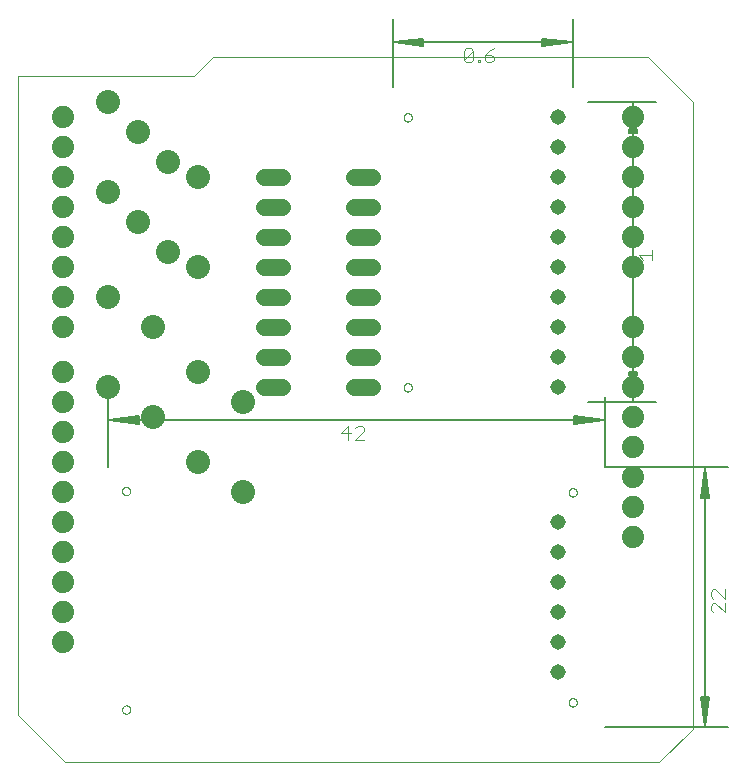
<source format=gtl>
G75*
%MOIN*%
%OFA0B0*%
%FSLAX25Y25*%
%IPPOS*%
%LPD*%
%AMOC8*
5,1,8,0,0,1.08239X$1,22.5*
%
%ADD10C,0.00000*%
%ADD11C,0.07400*%
%ADD12C,0.08000*%
%ADD13C,0.05819*%
%ADD14C,0.05150*%
%ADD15C,0.00512*%
%ADD16C,0.00400*%
D10*
X0016811Y0062524D02*
X0214776Y0062524D01*
X0225921Y0073669D01*
X0225921Y0281224D01*
X0226000Y0282524D01*
X0211000Y0297524D01*
X0066000Y0297524D01*
X0059701Y0291224D01*
X0001000Y0291224D01*
X0001000Y0078335D01*
X0016811Y0062524D01*
X0035764Y0080122D02*
X0035766Y0080196D01*
X0035772Y0080270D01*
X0035782Y0080343D01*
X0035796Y0080416D01*
X0035813Y0080488D01*
X0035835Y0080558D01*
X0035860Y0080628D01*
X0035889Y0080696D01*
X0035922Y0080762D01*
X0035958Y0080827D01*
X0035998Y0080889D01*
X0036040Y0080950D01*
X0036086Y0081008D01*
X0036135Y0081063D01*
X0036187Y0081116D01*
X0036242Y0081166D01*
X0036299Y0081212D01*
X0036359Y0081256D01*
X0036421Y0081296D01*
X0036485Y0081333D01*
X0036551Y0081367D01*
X0036619Y0081397D01*
X0036688Y0081423D01*
X0036759Y0081446D01*
X0036830Y0081464D01*
X0036903Y0081479D01*
X0036976Y0081490D01*
X0037050Y0081497D01*
X0037124Y0081500D01*
X0037197Y0081499D01*
X0037271Y0081494D01*
X0037345Y0081485D01*
X0037418Y0081472D01*
X0037490Y0081455D01*
X0037561Y0081435D01*
X0037631Y0081410D01*
X0037699Y0081382D01*
X0037766Y0081351D01*
X0037831Y0081315D01*
X0037894Y0081277D01*
X0037955Y0081235D01*
X0038014Y0081189D01*
X0038070Y0081141D01*
X0038123Y0081090D01*
X0038173Y0081036D01*
X0038221Y0080979D01*
X0038265Y0080920D01*
X0038307Y0080858D01*
X0038345Y0080795D01*
X0038379Y0080729D01*
X0038410Y0080662D01*
X0038437Y0080593D01*
X0038460Y0080523D01*
X0038480Y0080452D01*
X0038496Y0080379D01*
X0038508Y0080306D01*
X0038516Y0080233D01*
X0038520Y0080159D01*
X0038520Y0080085D01*
X0038516Y0080011D01*
X0038508Y0079938D01*
X0038496Y0079865D01*
X0038480Y0079792D01*
X0038460Y0079721D01*
X0038437Y0079651D01*
X0038410Y0079582D01*
X0038379Y0079515D01*
X0038345Y0079449D01*
X0038307Y0079386D01*
X0038265Y0079324D01*
X0038221Y0079265D01*
X0038173Y0079208D01*
X0038123Y0079154D01*
X0038070Y0079103D01*
X0038014Y0079055D01*
X0037955Y0079009D01*
X0037894Y0078967D01*
X0037831Y0078929D01*
X0037766Y0078893D01*
X0037699Y0078862D01*
X0037631Y0078834D01*
X0037561Y0078809D01*
X0037490Y0078789D01*
X0037418Y0078772D01*
X0037345Y0078759D01*
X0037271Y0078750D01*
X0037197Y0078745D01*
X0037124Y0078744D01*
X0037050Y0078747D01*
X0036976Y0078754D01*
X0036903Y0078765D01*
X0036830Y0078780D01*
X0036759Y0078798D01*
X0036688Y0078821D01*
X0036619Y0078847D01*
X0036551Y0078877D01*
X0036485Y0078911D01*
X0036421Y0078948D01*
X0036359Y0078988D01*
X0036299Y0079032D01*
X0036242Y0079078D01*
X0036187Y0079128D01*
X0036135Y0079181D01*
X0036086Y0079236D01*
X0036040Y0079294D01*
X0035998Y0079355D01*
X0035958Y0079417D01*
X0035922Y0079482D01*
X0035889Y0079548D01*
X0035860Y0079616D01*
X0035835Y0079686D01*
X0035813Y0079756D01*
X0035796Y0079828D01*
X0035782Y0079901D01*
X0035772Y0079974D01*
X0035766Y0080048D01*
X0035764Y0080122D01*
X0035764Y0152957D02*
X0035766Y0153031D01*
X0035772Y0153105D01*
X0035782Y0153178D01*
X0035796Y0153251D01*
X0035813Y0153323D01*
X0035835Y0153393D01*
X0035860Y0153463D01*
X0035889Y0153531D01*
X0035922Y0153597D01*
X0035958Y0153662D01*
X0035998Y0153724D01*
X0036040Y0153785D01*
X0036086Y0153843D01*
X0036135Y0153898D01*
X0036187Y0153951D01*
X0036242Y0154001D01*
X0036299Y0154047D01*
X0036359Y0154091D01*
X0036421Y0154131D01*
X0036485Y0154168D01*
X0036551Y0154202D01*
X0036619Y0154232D01*
X0036688Y0154258D01*
X0036759Y0154281D01*
X0036830Y0154299D01*
X0036903Y0154314D01*
X0036976Y0154325D01*
X0037050Y0154332D01*
X0037124Y0154335D01*
X0037197Y0154334D01*
X0037271Y0154329D01*
X0037345Y0154320D01*
X0037418Y0154307D01*
X0037490Y0154290D01*
X0037561Y0154270D01*
X0037631Y0154245D01*
X0037699Y0154217D01*
X0037766Y0154186D01*
X0037831Y0154150D01*
X0037894Y0154112D01*
X0037955Y0154070D01*
X0038014Y0154024D01*
X0038070Y0153976D01*
X0038123Y0153925D01*
X0038173Y0153871D01*
X0038221Y0153814D01*
X0038265Y0153755D01*
X0038307Y0153693D01*
X0038345Y0153630D01*
X0038379Y0153564D01*
X0038410Y0153497D01*
X0038437Y0153428D01*
X0038460Y0153358D01*
X0038480Y0153287D01*
X0038496Y0153214D01*
X0038508Y0153141D01*
X0038516Y0153068D01*
X0038520Y0152994D01*
X0038520Y0152920D01*
X0038516Y0152846D01*
X0038508Y0152773D01*
X0038496Y0152700D01*
X0038480Y0152627D01*
X0038460Y0152556D01*
X0038437Y0152486D01*
X0038410Y0152417D01*
X0038379Y0152350D01*
X0038345Y0152284D01*
X0038307Y0152221D01*
X0038265Y0152159D01*
X0038221Y0152100D01*
X0038173Y0152043D01*
X0038123Y0151989D01*
X0038070Y0151938D01*
X0038014Y0151890D01*
X0037955Y0151844D01*
X0037894Y0151802D01*
X0037831Y0151764D01*
X0037766Y0151728D01*
X0037699Y0151697D01*
X0037631Y0151669D01*
X0037561Y0151644D01*
X0037490Y0151624D01*
X0037418Y0151607D01*
X0037345Y0151594D01*
X0037271Y0151585D01*
X0037197Y0151580D01*
X0037124Y0151579D01*
X0037050Y0151582D01*
X0036976Y0151589D01*
X0036903Y0151600D01*
X0036830Y0151615D01*
X0036759Y0151633D01*
X0036688Y0151656D01*
X0036619Y0151682D01*
X0036551Y0151712D01*
X0036485Y0151746D01*
X0036421Y0151783D01*
X0036359Y0151823D01*
X0036299Y0151867D01*
X0036242Y0151913D01*
X0036187Y0151963D01*
X0036135Y0152016D01*
X0036086Y0152071D01*
X0036040Y0152129D01*
X0035998Y0152190D01*
X0035958Y0152252D01*
X0035922Y0152317D01*
X0035889Y0152383D01*
X0035860Y0152451D01*
X0035835Y0152521D01*
X0035813Y0152591D01*
X0035796Y0152663D01*
X0035782Y0152736D01*
X0035772Y0152809D01*
X0035766Y0152883D01*
X0035764Y0152957D01*
X0129622Y0187524D02*
X0129624Y0187598D01*
X0129630Y0187672D01*
X0129640Y0187745D01*
X0129654Y0187818D01*
X0129671Y0187890D01*
X0129693Y0187960D01*
X0129718Y0188030D01*
X0129747Y0188098D01*
X0129780Y0188164D01*
X0129816Y0188229D01*
X0129856Y0188291D01*
X0129898Y0188352D01*
X0129944Y0188410D01*
X0129993Y0188465D01*
X0130045Y0188518D01*
X0130100Y0188568D01*
X0130157Y0188614D01*
X0130217Y0188658D01*
X0130279Y0188698D01*
X0130343Y0188735D01*
X0130409Y0188769D01*
X0130477Y0188799D01*
X0130546Y0188825D01*
X0130617Y0188848D01*
X0130688Y0188866D01*
X0130761Y0188881D01*
X0130834Y0188892D01*
X0130908Y0188899D01*
X0130982Y0188902D01*
X0131055Y0188901D01*
X0131129Y0188896D01*
X0131203Y0188887D01*
X0131276Y0188874D01*
X0131348Y0188857D01*
X0131419Y0188837D01*
X0131489Y0188812D01*
X0131557Y0188784D01*
X0131624Y0188753D01*
X0131689Y0188717D01*
X0131752Y0188679D01*
X0131813Y0188637D01*
X0131872Y0188591D01*
X0131928Y0188543D01*
X0131981Y0188492D01*
X0132031Y0188438D01*
X0132079Y0188381D01*
X0132123Y0188322D01*
X0132165Y0188260D01*
X0132203Y0188197D01*
X0132237Y0188131D01*
X0132268Y0188064D01*
X0132295Y0187995D01*
X0132318Y0187925D01*
X0132338Y0187854D01*
X0132354Y0187781D01*
X0132366Y0187708D01*
X0132374Y0187635D01*
X0132378Y0187561D01*
X0132378Y0187487D01*
X0132374Y0187413D01*
X0132366Y0187340D01*
X0132354Y0187267D01*
X0132338Y0187194D01*
X0132318Y0187123D01*
X0132295Y0187053D01*
X0132268Y0186984D01*
X0132237Y0186917D01*
X0132203Y0186851D01*
X0132165Y0186788D01*
X0132123Y0186726D01*
X0132079Y0186667D01*
X0132031Y0186610D01*
X0131981Y0186556D01*
X0131928Y0186505D01*
X0131872Y0186457D01*
X0131813Y0186411D01*
X0131752Y0186369D01*
X0131689Y0186331D01*
X0131624Y0186295D01*
X0131557Y0186264D01*
X0131489Y0186236D01*
X0131419Y0186211D01*
X0131348Y0186191D01*
X0131276Y0186174D01*
X0131203Y0186161D01*
X0131129Y0186152D01*
X0131055Y0186147D01*
X0130982Y0186146D01*
X0130908Y0186149D01*
X0130834Y0186156D01*
X0130761Y0186167D01*
X0130688Y0186182D01*
X0130617Y0186200D01*
X0130546Y0186223D01*
X0130477Y0186249D01*
X0130409Y0186279D01*
X0130343Y0186313D01*
X0130279Y0186350D01*
X0130217Y0186390D01*
X0130157Y0186434D01*
X0130100Y0186480D01*
X0130045Y0186530D01*
X0129993Y0186583D01*
X0129944Y0186638D01*
X0129898Y0186696D01*
X0129856Y0186757D01*
X0129816Y0186819D01*
X0129780Y0186884D01*
X0129747Y0186950D01*
X0129718Y0187018D01*
X0129693Y0187088D01*
X0129671Y0187158D01*
X0129654Y0187230D01*
X0129640Y0187303D01*
X0129630Y0187376D01*
X0129624Y0187450D01*
X0129622Y0187524D01*
X0184622Y0152524D02*
X0184624Y0152598D01*
X0184630Y0152672D01*
X0184640Y0152745D01*
X0184654Y0152818D01*
X0184671Y0152890D01*
X0184693Y0152960D01*
X0184718Y0153030D01*
X0184747Y0153098D01*
X0184780Y0153164D01*
X0184816Y0153229D01*
X0184856Y0153291D01*
X0184898Y0153352D01*
X0184944Y0153410D01*
X0184993Y0153465D01*
X0185045Y0153518D01*
X0185100Y0153568D01*
X0185157Y0153614D01*
X0185217Y0153658D01*
X0185279Y0153698D01*
X0185343Y0153735D01*
X0185409Y0153769D01*
X0185477Y0153799D01*
X0185546Y0153825D01*
X0185617Y0153848D01*
X0185688Y0153866D01*
X0185761Y0153881D01*
X0185834Y0153892D01*
X0185908Y0153899D01*
X0185982Y0153902D01*
X0186055Y0153901D01*
X0186129Y0153896D01*
X0186203Y0153887D01*
X0186276Y0153874D01*
X0186348Y0153857D01*
X0186419Y0153837D01*
X0186489Y0153812D01*
X0186557Y0153784D01*
X0186624Y0153753D01*
X0186689Y0153717D01*
X0186752Y0153679D01*
X0186813Y0153637D01*
X0186872Y0153591D01*
X0186928Y0153543D01*
X0186981Y0153492D01*
X0187031Y0153438D01*
X0187079Y0153381D01*
X0187123Y0153322D01*
X0187165Y0153260D01*
X0187203Y0153197D01*
X0187237Y0153131D01*
X0187268Y0153064D01*
X0187295Y0152995D01*
X0187318Y0152925D01*
X0187338Y0152854D01*
X0187354Y0152781D01*
X0187366Y0152708D01*
X0187374Y0152635D01*
X0187378Y0152561D01*
X0187378Y0152487D01*
X0187374Y0152413D01*
X0187366Y0152340D01*
X0187354Y0152267D01*
X0187338Y0152194D01*
X0187318Y0152123D01*
X0187295Y0152053D01*
X0187268Y0151984D01*
X0187237Y0151917D01*
X0187203Y0151851D01*
X0187165Y0151788D01*
X0187123Y0151726D01*
X0187079Y0151667D01*
X0187031Y0151610D01*
X0186981Y0151556D01*
X0186928Y0151505D01*
X0186872Y0151457D01*
X0186813Y0151411D01*
X0186752Y0151369D01*
X0186689Y0151331D01*
X0186624Y0151295D01*
X0186557Y0151264D01*
X0186489Y0151236D01*
X0186419Y0151211D01*
X0186348Y0151191D01*
X0186276Y0151174D01*
X0186203Y0151161D01*
X0186129Y0151152D01*
X0186055Y0151147D01*
X0185982Y0151146D01*
X0185908Y0151149D01*
X0185834Y0151156D01*
X0185761Y0151167D01*
X0185688Y0151182D01*
X0185617Y0151200D01*
X0185546Y0151223D01*
X0185477Y0151249D01*
X0185409Y0151279D01*
X0185343Y0151313D01*
X0185279Y0151350D01*
X0185217Y0151390D01*
X0185157Y0151434D01*
X0185100Y0151480D01*
X0185045Y0151530D01*
X0184993Y0151583D01*
X0184944Y0151638D01*
X0184898Y0151696D01*
X0184856Y0151757D01*
X0184816Y0151819D01*
X0184780Y0151884D01*
X0184747Y0151950D01*
X0184718Y0152018D01*
X0184693Y0152088D01*
X0184671Y0152158D01*
X0184654Y0152230D01*
X0184640Y0152303D01*
X0184630Y0152376D01*
X0184624Y0152450D01*
X0184622Y0152524D01*
X0184622Y0082524D02*
X0184624Y0082598D01*
X0184630Y0082672D01*
X0184640Y0082745D01*
X0184654Y0082818D01*
X0184671Y0082890D01*
X0184693Y0082960D01*
X0184718Y0083030D01*
X0184747Y0083098D01*
X0184780Y0083164D01*
X0184816Y0083229D01*
X0184856Y0083291D01*
X0184898Y0083352D01*
X0184944Y0083410D01*
X0184993Y0083465D01*
X0185045Y0083518D01*
X0185100Y0083568D01*
X0185157Y0083614D01*
X0185217Y0083658D01*
X0185279Y0083698D01*
X0185343Y0083735D01*
X0185409Y0083769D01*
X0185477Y0083799D01*
X0185546Y0083825D01*
X0185617Y0083848D01*
X0185688Y0083866D01*
X0185761Y0083881D01*
X0185834Y0083892D01*
X0185908Y0083899D01*
X0185982Y0083902D01*
X0186055Y0083901D01*
X0186129Y0083896D01*
X0186203Y0083887D01*
X0186276Y0083874D01*
X0186348Y0083857D01*
X0186419Y0083837D01*
X0186489Y0083812D01*
X0186557Y0083784D01*
X0186624Y0083753D01*
X0186689Y0083717D01*
X0186752Y0083679D01*
X0186813Y0083637D01*
X0186872Y0083591D01*
X0186928Y0083543D01*
X0186981Y0083492D01*
X0187031Y0083438D01*
X0187079Y0083381D01*
X0187123Y0083322D01*
X0187165Y0083260D01*
X0187203Y0083197D01*
X0187237Y0083131D01*
X0187268Y0083064D01*
X0187295Y0082995D01*
X0187318Y0082925D01*
X0187338Y0082854D01*
X0187354Y0082781D01*
X0187366Y0082708D01*
X0187374Y0082635D01*
X0187378Y0082561D01*
X0187378Y0082487D01*
X0187374Y0082413D01*
X0187366Y0082340D01*
X0187354Y0082267D01*
X0187338Y0082194D01*
X0187318Y0082123D01*
X0187295Y0082053D01*
X0187268Y0081984D01*
X0187237Y0081917D01*
X0187203Y0081851D01*
X0187165Y0081788D01*
X0187123Y0081726D01*
X0187079Y0081667D01*
X0187031Y0081610D01*
X0186981Y0081556D01*
X0186928Y0081505D01*
X0186872Y0081457D01*
X0186813Y0081411D01*
X0186752Y0081369D01*
X0186689Y0081331D01*
X0186624Y0081295D01*
X0186557Y0081264D01*
X0186489Y0081236D01*
X0186419Y0081211D01*
X0186348Y0081191D01*
X0186276Y0081174D01*
X0186203Y0081161D01*
X0186129Y0081152D01*
X0186055Y0081147D01*
X0185982Y0081146D01*
X0185908Y0081149D01*
X0185834Y0081156D01*
X0185761Y0081167D01*
X0185688Y0081182D01*
X0185617Y0081200D01*
X0185546Y0081223D01*
X0185477Y0081249D01*
X0185409Y0081279D01*
X0185343Y0081313D01*
X0185279Y0081350D01*
X0185217Y0081390D01*
X0185157Y0081434D01*
X0185100Y0081480D01*
X0185045Y0081530D01*
X0184993Y0081583D01*
X0184944Y0081638D01*
X0184898Y0081696D01*
X0184856Y0081757D01*
X0184816Y0081819D01*
X0184780Y0081884D01*
X0184747Y0081950D01*
X0184718Y0082018D01*
X0184693Y0082088D01*
X0184671Y0082158D01*
X0184654Y0082230D01*
X0184640Y0082303D01*
X0184630Y0082376D01*
X0184624Y0082450D01*
X0184622Y0082524D01*
X0129622Y0277524D02*
X0129624Y0277598D01*
X0129630Y0277672D01*
X0129640Y0277745D01*
X0129654Y0277818D01*
X0129671Y0277890D01*
X0129693Y0277960D01*
X0129718Y0278030D01*
X0129747Y0278098D01*
X0129780Y0278164D01*
X0129816Y0278229D01*
X0129856Y0278291D01*
X0129898Y0278352D01*
X0129944Y0278410D01*
X0129993Y0278465D01*
X0130045Y0278518D01*
X0130100Y0278568D01*
X0130157Y0278614D01*
X0130217Y0278658D01*
X0130279Y0278698D01*
X0130343Y0278735D01*
X0130409Y0278769D01*
X0130477Y0278799D01*
X0130546Y0278825D01*
X0130617Y0278848D01*
X0130688Y0278866D01*
X0130761Y0278881D01*
X0130834Y0278892D01*
X0130908Y0278899D01*
X0130982Y0278902D01*
X0131055Y0278901D01*
X0131129Y0278896D01*
X0131203Y0278887D01*
X0131276Y0278874D01*
X0131348Y0278857D01*
X0131419Y0278837D01*
X0131489Y0278812D01*
X0131557Y0278784D01*
X0131624Y0278753D01*
X0131689Y0278717D01*
X0131752Y0278679D01*
X0131813Y0278637D01*
X0131872Y0278591D01*
X0131928Y0278543D01*
X0131981Y0278492D01*
X0132031Y0278438D01*
X0132079Y0278381D01*
X0132123Y0278322D01*
X0132165Y0278260D01*
X0132203Y0278197D01*
X0132237Y0278131D01*
X0132268Y0278064D01*
X0132295Y0277995D01*
X0132318Y0277925D01*
X0132338Y0277854D01*
X0132354Y0277781D01*
X0132366Y0277708D01*
X0132374Y0277635D01*
X0132378Y0277561D01*
X0132378Y0277487D01*
X0132374Y0277413D01*
X0132366Y0277340D01*
X0132354Y0277267D01*
X0132338Y0277194D01*
X0132318Y0277123D01*
X0132295Y0277053D01*
X0132268Y0276984D01*
X0132237Y0276917D01*
X0132203Y0276851D01*
X0132165Y0276788D01*
X0132123Y0276726D01*
X0132079Y0276667D01*
X0132031Y0276610D01*
X0131981Y0276556D01*
X0131928Y0276505D01*
X0131872Y0276457D01*
X0131813Y0276411D01*
X0131752Y0276369D01*
X0131689Y0276331D01*
X0131624Y0276295D01*
X0131557Y0276264D01*
X0131489Y0276236D01*
X0131419Y0276211D01*
X0131348Y0276191D01*
X0131276Y0276174D01*
X0131203Y0276161D01*
X0131129Y0276152D01*
X0131055Y0276147D01*
X0130982Y0276146D01*
X0130908Y0276149D01*
X0130834Y0276156D01*
X0130761Y0276167D01*
X0130688Y0276182D01*
X0130617Y0276200D01*
X0130546Y0276223D01*
X0130477Y0276249D01*
X0130409Y0276279D01*
X0130343Y0276313D01*
X0130279Y0276350D01*
X0130217Y0276390D01*
X0130157Y0276434D01*
X0130100Y0276480D01*
X0130045Y0276530D01*
X0129993Y0276583D01*
X0129944Y0276638D01*
X0129898Y0276696D01*
X0129856Y0276757D01*
X0129816Y0276819D01*
X0129780Y0276884D01*
X0129747Y0276950D01*
X0129718Y0277018D01*
X0129693Y0277088D01*
X0129671Y0277158D01*
X0129654Y0277230D01*
X0129640Y0277303D01*
X0129630Y0277376D01*
X0129624Y0277450D01*
X0129622Y0277524D01*
D11*
X0206000Y0277524D03*
X0206000Y0267524D03*
X0206000Y0257524D03*
X0206000Y0247524D03*
X0206000Y0237524D03*
X0206000Y0227524D03*
X0206000Y0207524D03*
X0206000Y0197524D03*
X0206000Y0187524D03*
X0206000Y0177524D03*
X0206000Y0167524D03*
X0206000Y0157524D03*
X0206000Y0147524D03*
X0206000Y0137524D03*
X0016000Y0142524D03*
X0016000Y0152524D03*
X0016000Y0162524D03*
X0016000Y0172524D03*
X0016000Y0182524D03*
X0016000Y0192524D03*
X0016000Y0207524D03*
X0016000Y0217524D03*
X0016000Y0227524D03*
X0016000Y0237524D03*
X0016000Y0247524D03*
X0016000Y0257524D03*
X0016000Y0267524D03*
X0016000Y0277524D03*
X0016000Y0132524D03*
X0016000Y0122524D03*
X0016000Y0112524D03*
X0016000Y0102524D03*
D12*
X0061000Y0162524D03*
X0076000Y0152524D03*
X0076000Y0182524D03*
X0061000Y0192524D03*
X0046000Y0207524D03*
X0031000Y0217524D03*
X0041000Y0242524D03*
X0051000Y0232524D03*
X0061000Y0227524D03*
X0061000Y0257524D03*
X0051000Y0262524D03*
X0041000Y0272524D03*
X0031000Y0282524D03*
X0031000Y0252524D03*
X0031000Y0187524D03*
X0046000Y0177524D03*
D13*
X0083091Y0187524D02*
X0088909Y0187524D01*
X0088909Y0197524D02*
X0083091Y0197524D01*
X0083091Y0207524D02*
X0088909Y0207524D01*
X0088909Y0217524D02*
X0083091Y0217524D01*
X0083091Y0227524D02*
X0088909Y0227524D01*
X0088909Y0237524D02*
X0083091Y0237524D01*
X0083091Y0247524D02*
X0088909Y0247524D01*
X0088909Y0257524D02*
X0083091Y0257524D01*
X0113091Y0257524D02*
X0118909Y0257524D01*
X0118909Y0247524D02*
X0113091Y0247524D01*
X0113091Y0237524D02*
X0118909Y0237524D01*
X0118909Y0227524D02*
X0113091Y0227524D01*
X0113091Y0217524D02*
X0118909Y0217524D01*
X0118909Y0207524D02*
X0113091Y0207524D01*
X0113091Y0197524D02*
X0118909Y0197524D01*
X0118909Y0187524D02*
X0113091Y0187524D01*
D14*
X0181000Y0187524D03*
X0181000Y0197524D03*
X0181000Y0207524D03*
X0181000Y0217524D03*
X0181000Y0227524D03*
X0181000Y0237524D03*
X0181000Y0247524D03*
X0181000Y0257524D03*
X0181000Y0267524D03*
X0181000Y0277524D03*
X0181000Y0142524D03*
X0181000Y0132524D03*
X0181000Y0122524D03*
X0181000Y0112524D03*
X0181000Y0102524D03*
X0181000Y0092524D03*
D15*
X0196591Y0074217D02*
X0237732Y0074217D01*
X0230055Y0074472D02*
X0229031Y0084453D01*
X0228798Y0084453D02*
X0230055Y0074472D01*
X0231079Y0084453D01*
X0231312Y0084453D02*
X0228798Y0084453D01*
X0229543Y0084453D02*
X0230055Y0074472D01*
X0230567Y0084453D01*
X0231312Y0084453D02*
X0230055Y0074472D01*
X0230055Y0160575D01*
X0229031Y0150594D01*
X0228798Y0150594D02*
X0230055Y0160575D01*
X0231079Y0150594D01*
X0231312Y0150594D02*
X0228798Y0150594D01*
X0229543Y0150594D02*
X0230055Y0160575D01*
X0230567Y0150594D01*
X0231312Y0150594D02*
X0230055Y0160575D01*
X0237732Y0160831D02*
X0196591Y0160831D01*
X0196591Y0184256D01*
X0191000Y0182524D02*
X0213677Y0182524D01*
X0206000Y0182780D02*
X0207024Y0192760D01*
X0207257Y0192760D02*
X0204743Y0192760D01*
X0206000Y0182780D01*
X0204976Y0192760D01*
X0205488Y0192760D02*
X0206000Y0182780D01*
X0206512Y0192760D01*
X0207257Y0192760D02*
X0206000Y0182780D01*
X0206000Y0282268D01*
X0204976Y0272287D01*
X0204743Y0272287D02*
X0206000Y0282268D01*
X0207024Y0272287D01*
X0207257Y0272287D02*
X0204743Y0272287D01*
X0205488Y0272287D02*
X0206000Y0282268D01*
X0206512Y0272287D01*
X0207257Y0272287D02*
X0206000Y0282268D01*
X0213677Y0282524D02*
X0191000Y0282524D01*
X0186000Y0287524D02*
X0186000Y0310201D01*
X0185744Y0302524D02*
X0175764Y0303547D01*
X0175764Y0303780D02*
X0185744Y0302524D01*
X0175764Y0301500D01*
X0175764Y0301267D02*
X0175764Y0303780D01*
X0175764Y0303035D02*
X0185744Y0302524D01*
X0175764Y0302012D01*
X0175764Y0301267D02*
X0185744Y0302524D01*
X0126256Y0302524D01*
X0136236Y0303547D01*
X0136236Y0303780D02*
X0126256Y0302524D01*
X0136236Y0301500D01*
X0136236Y0301267D02*
X0136236Y0303780D01*
X0136236Y0303035D02*
X0126256Y0302524D01*
X0136236Y0302012D01*
X0136236Y0301267D02*
X0126256Y0302524D01*
X0126000Y0310201D02*
X0126000Y0287524D01*
X0186354Y0177836D02*
X0196335Y0176579D01*
X0186354Y0177602D01*
X0186354Y0177836D02*
X0186354Y0175322D01*
X0196335Y0176579D01*
X0186354Y0175555D01*
X0186354Y0176067D02*
X0196335Y0176579D01*
X0186354Y0177091D01*
X0196335Y0176579D02*
X0031492Y0176579D01*
X0041472Y0177602D01*
X0041472Y0177836D02*
X0031492Y0176579D01*
X0041472Y0175555D01*
X0041472Y0175322D02*
X0041472Y0177836D01*
X0041472Y0177091D02*
X0031492Y0176579D01*
X0041472Y0176067D01*
X0041472Y0175322D02*
X0031492Y0176579D01*
X0031236Y0184256D02*
X0031236Y0160831D01*
D16*
X0108894Y0172319D02*
X0111963Y0172319D01*
X0113498Y0173854D02*
X0114265Y0174621D01*
X0115800Y0174621D01*
X0116567Y0173854D01*
X0116567Y0173086D01*
X0113498Y0170017D01*
X0116567Y0170017D01*
X0111196Y0170017D02*
X0111196Y0174621D01*
X0108894Y0172319D01*
X0150448Y0295962D02*
X0149680Y0296729D01*
X0152749Y0299798D01*
X0152749Y0296729D01*
X0151982Y0295962D01*
X0150448Y0295962D01*
X0149680Y0296729D02*
X0149680Y0299798D01*
X0150448Y0300566D01*
X0151982Y0300566D01*
X0152749Y0299798D01*
X0154284Y0296729D02*
X0155051Y0296729D01*
X0155051Y0295962D01*
X0154284Y0295962D01*
X0154284Y0296729D01*
X0156586Y0296729D02*
X0157353Y0295962D01*
X0158888Y0295962D01*
X0159655Y0296729D01*
X0159655Y0297496D01*
X0158888Y0298264D01*
X0156586Y0298264D01*
X0156586Y0296729D01*
X0156586Y0298264D02*
X0158121Y0299798D01*
X0159655Y0300566D01*
X0207958Y0231640D02*
X0212562Y0231640D01*
X0212562Y0233174D02*
X0212562Y0230105D01*
X0209493Y0230105D02*
X0207958Y0231640D01*
X0232780Y0120177D02*
X0232013Y0119410D01*
X0232013Y0117876D01*
X0232780Y0117108D01*
X0232780Y0115574D02*
X0232013Y0114806D01*
X0232013Y0113272D01*
X0232780Y0112504D01*
X0232780Y0115574D02*
X0233548Y0115574D01*
X0236617Y0112504D01*
X0236617Y0115574D01*
X0236617Y0117108D02*
X0233548Y0120177D01*
X0232780Y0120177D01*
X0236617Y0120177D02*
X0236617Y0117108D01*
M02*

</source>
